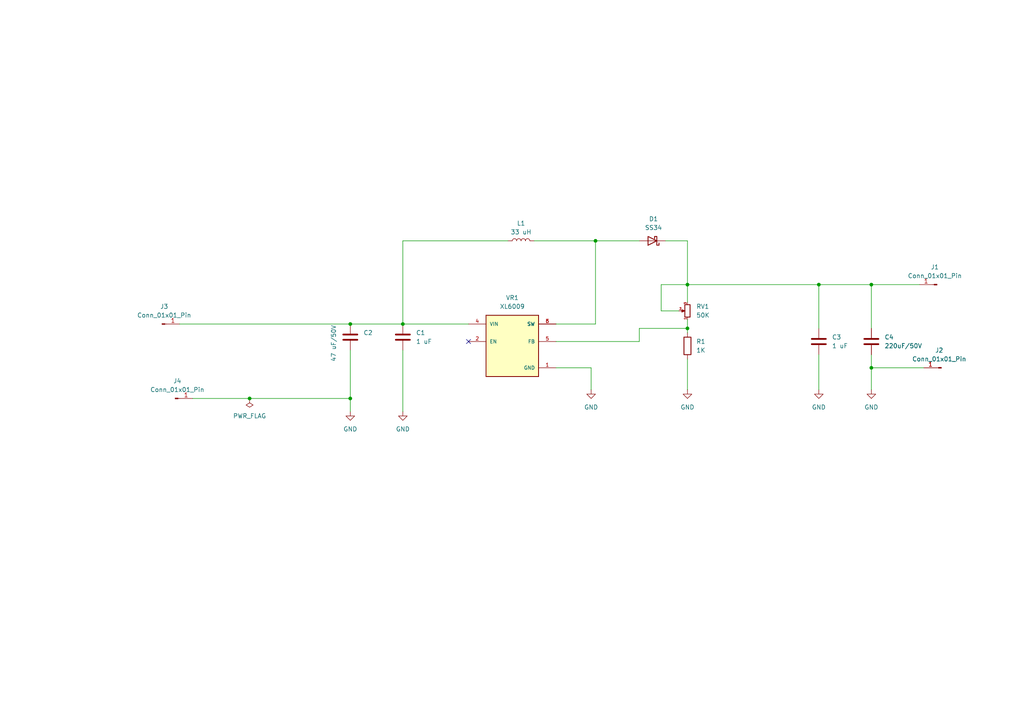
<source format=kicad_sch>
(kicad_sch (version 20250114) (generator "eeschema") (generator_version "9.0")
  (paper "A4")
  (lib_symbols
    (symbol "Connector:Conn_01x01_Pin" (pin_names (offset 1.016) (hide yes))
      (property "Reference" "J" (at 0 2.54 0))
      (property "Value" "Conn_01x01_Pin" (at 0 -2.54 0))
      (symbol "Conn_01x01_Pin_1_1"
        (rectangle (start 0.8636 0.127) (end 0 -0.127) (stroke (width 0.1524)) (fill (type outline)))
        (polyline (pts (xy 1.27 0) (xy 0.8636 0)) (stroke (width 0.1524)))
        (pin passive line (at 5.08 0 180) (length 3.81) (name "Pin_1") (number "1"))
      )
    )
    (symbol "Device:C" (pin_numbers (hide yes)) (pin_names (offset 0.254))
      (property "Reference" "C" (at 0.635 2.54 0))
      (property "Value" "C" (at 0.635 -2.54 0))
      (symbol "C_0_1"
        (polyline (pts (xy -2.032 0.762) (xy 2.032 0.762)) (stroke (width 0.508)))
        (polyline (pts (xy -2.032 -0.762) (xy 2.032 -0.762)) (stroke (width 0.508)))
      )
      (symbol "C_1_1"
        (pin passive line (at 0 3.81 270) (length 2.794) (name "~") (number "1"))
        (pin passive line (at 0 -3.81 90) (length 2.794) (name "~") (number "2"))
      )
    )
    (symbol "Device:L" (pin_numbers (hide yes)) (pin_names (offset 1.016) (hide yes))
      (property "Reference" "L" (at -1.27 0 90))
      (property "Value" "L" (at 1.905 0 90))
      (symbol "L_0_1"
        (arc (start 0 2.54) (mid 0.6323 1.905) (end 0 1.27))
        (arc (start 0 1.27) (mid 0.6323 0.635) (end 0 0))
        (arc (start 0 0) (mid 0.6323 -0.635) (end 0 -1.27))
        (arc (start 0 -1.27) (mid 0.6323 -1.905) (end 0 -2.54))
      )
      (symbol "L_1_1"
        (pin passive line (at 0 3.81 270) (length 1.27) (name "1") (number "1"))
        (pin passive line (at 0 -3.81 90) (length 1.27) (name "2") (number "2"))
      )
    )
    (symbol "Device:R" (pin_numbers (hide yes)) (pin_names (offset 0))
      (property "Reference" "R" (at 2.032 0 90))
      (property "Value" "R" (at 0 0 90))
      (symbol "R_0_1"
        (rectangle (start -1.016 -2.54) (end 1.016 2.54) (stroke (width 0.254)))
      )
      (symbol "R_1_1"
        (pin passive line (at 0 3.81 270) (length 1.27) (name "~") (number "1"))
        (pin passive line (at 0 -3.81 90) (length 1.27) (name "~") (number "2"))
      )
    )
    (symbol "Device:R_Potentiometer_Small" (pin_names (offset 1.016) (hide yes))
      (property "Reference" "RV" (at -4.445 0 90))
      (property "Value" "R_Potentiometer_Small" (at -2.54 0 90))
      (symbol "R_Potentiometer_Small_0_1"
        (rectangle (start 0.762 1.8034) (end -0.762 -1.8034) (stroke (width 0.254)))
        (polyline (pts (xy 0.889 0) (xy 0.635 0) (xy 1.651 0.381) (xy 1.651 -0.381) (xy 0.635 0) (xy 0.889 0)) (fill (type outline)))
      )
      (symbol "R_Potentiometer_Small_1_1"
        (pin passive line (at 0 2.54 270) (length 0.635) (name "1") (number "1"))
        (pin passive line (at 0 -2.54 90) (length 0.635) (name "3") (number "3"))
        (pin passive line (at 2.54 0 180) (length 0.9906) (name "2") (number "2"))
      )
    )
    (symbol "Diode:SS34" (pin_numbers (hide yes)) (pin_names (offset 1.016) (hide yes))
      (property "Reference" "D" (at 0 2.54 0))
      (property "Value" "SS34" (at 0 -2.54 0))
      (symbol "SS34_0_1"
        (polyline (pts (xy -1.905 0.635) (xy -1.905 1.27) (xy -1.27 1.27) (xy -1.27 -1.27) (xy -0.635 -1.27) (xy -0.635 -0.635)) (stroke (width 0.254)))
        (polyline (pts (xy 1.27 1.27) (xy 1.27 -1.27) (xy -1.27 0) (xy 1.27 1.27)) (stroke (width 0.254)))
        (polyline (pts (xy 1.27 0) (xy -1.27 0)))
      )
      (symbol "SS34_1_1"
        (pin passive line (at -3.81 0 0) (length 2.54) (name "K") (number "1"))
        (pin passive line (at 3.81 0 180) (length 2.54) (name "A") (number "2"))
      )
    )
    (symbol "XL6009:XL6009" (pin_names (offset 1.016))
      (property "Reference" "VR" (at -7.62 8.89 0))
      (property "Value" "XL6009" (at -7.62 -11.43 0))
      (symbol "XL6009_0_0"
        (rectangle (start -7.62 -10.16) (end 7.62 7.62) (stroke (width 0.254)) (fill (type background)))
        (pin input line (at -12.7 5.08 0) (length 5.08) (name "VIN") (number "4"))
        (pin input line (at -12.7 0 0) (length 5.08) (name "EN") (number "2"))
        (pin output line (at 12.7 5.08 180) (length 5.08) (name "SW") (number "3"))
        (pin output line (at 12.7 5.08 180) (length 5.08) (name "SW") (number "6"))
        (pin input line (at 12.7 0 180) (length 5.08) (name "FB") (number "5"))
        (pin power_in line (at 12.7 -7.62 180) (length 5.08) (name "GND") (number "1"))
      )
    )
    (symbol "power:GND" (power) (pin_numbers (hide yes)) (pin_names (offset 0) (hide yes))
      (property "Value" "GND" (at 0 -3.81 0))
      (symbol "GND_0_1"
        (polyline (pts (xy 0 0) (xy 0 -1.27) (xy 1.27 -1.27) (xy 0 -2.54) (xy -1.27 -1.27) (xy 0 -1.27)))
      )
      (symbol "GND_1_1"
        (pin power_in line (at 0 0 270) (length 0) (name "~") (number "1"))
      )
    )
    (symbol "power:PWR_FLAG" (power) (pin_numbers (hide yes)) (pin_names (offset 0) (hide yes))
      (property "Value" "PWR_FLAG" (at 0 3.81 0))
      (symbol "PWR_FLAG_0_0"
        (pin power_out line (at 0 0 90) (length 0) (name "~") (number "1"))
      )
      (symbol "PWR_FLAG_0_1"
        (polyline (pts (xy 0 0) (xy 0 1.27) (xy -1.016 1.905) (xy 0 2.54) (xy 1.016 1.905) (xy 0 1.27)))
      )
    )
  )
  (junction (at 199.39 82.55))
  (junction (at 252.73 82.55))
  (junction (at 199.39 95.25))
  (junction (at 101.6 115.57))
  (junction (at 72.39 115.57))
  (junction (at 116.84 93.98))
  (junction (at 237.49 82.55))
  (junction (at 101.6 93.98))
  (junction (at 252.73 106.68))
  (junction (at 172.72 69.85))
  (no_connect (at 135.89 99.06))
  (wire (pts (xy 252.73 106.68) (xy 267.97 106.68)))
  (wire (pts (xy 199.39 82.55) (xy 237.49 82.55)))
  (wire (pts (xy 161.29 106.68) (xy 171.45 106.68)))
  (wire (pts (xy 199.39 82.55) (xy 199.39 87.63)))
  (wire (pts (xy 252.73 106.68) (xy 252.73 113.03)))
  (wire (pts (xy 101.6 115.57) (xy 101.6 119.38)))
  (wire (pts (xy 161.29 99.06) (xy 185.42 99.06)))
  (wire (pts (xy 252.73 82.55) (xy 266.7 82.55)))
  (wire (pts (xy 52.07 93.98) (xy 101.6 93.98)))
  (wire (pts (xy 55.88 115.57) (xy 72.39 115.57)))
  (wire (pts (xy 161.29 93.98) (xy 172.72 93.98)))
  (wire (pts (xy 191.77 90.17) (xy 191.77 82.55)))
  (wire (pts (xy 171.45 106.68) (xy 171.45 113.03)))
  (wire (pts (xy 193.04 69.85) (xy 199.39 69.85)))
  (wire (pts (xy 116.84 69.85) (xy 147.32 69.85)))
  (wire (pts (xy 172.72 69.85) (xy 154.94 69.85)))
  (wire (pts (xy 199.39 104.14) (xy 199.39 113.03)))
  (wire (pts (xy 101.6 101.6) (xy 101.6 115.57)))
  (wire (pts (xy 172.72 93.98) (xy 172.72 69.85)))
  (wire (pts (xy 252.73 82.55) (xy 252.73 95.25)))
  (wire (pts (xy 196.85 90.17) (xy 191.77 90.17)))
  (wire (pts (xy 172.72 69.85) (xy 185.42 69.85)))
  (wire (pts (xy 199.39 69.85) (xy 199.39 82.55)))
  (wire (pts (xy 252.73 102.87) (xy 252.73 106.68)))
  (wire (pts (xy 72.39 115.57) (xy 101.6 115.57)))
  (wire (pts (xy 199.39 92.71) (xy 199.39 95.25)))
  (wire (pts (xy 116.84 101.6) (xy 116.84 119.38)))
  (wire (pts (xy 185.42 99.06) (xy 185.42 95.25)))
  (wire (pts (xy 199.39 95.25) (xy 199.39 96.52)))
  (wire (pts (xy 185.42 95.25) (xy 199.39 95.25)))
  (wire (pts (xy 191.77 82.55) (xy 199.39 82.55)))
  (wire (pts (xy 101.6 93.98) (xy 116.84 93.98)))
  (wire (pts (xy 116.84 93.98) (xy 116.84 69.85)))
  (wire (pts (xy 237.49 82.55) (xy 252.73 82.55)))
  (wire (pts (xy 237.49 102.87) (xy 237.49 113.03)))
  (wire (pts (xy 237.49 95.25) (xy 237.49 82.55)))
  (wire (pts (xy 116.84 93.98) (xy 135.89 93.98)))
  (symbol (lib_id "Device:L") (at 151.13 69.85 90) (unit 1)
    (property "Reference" "L1" (at 151.13 64.77 90))
    (property "Value" "33 uH" (at 151.13 67.31 90))
    (property "Footprint" "Inductor_THT:L_Radial_D10.0mm_P5.00mm_Fastron_07M" (effects (hide yes)))
    (property "Description" "Inductor" (effects (hide yes)))
  )
  (symbol (lib_id "Device:C") (at 101.6 97.79 0) (unit 1)
    (property "Reference" "C2" (at 105.41 96.5199 0) (effects (justify left)))
    (property "Value" "47 uF/50V" (at 96.774 104.902 90) (effects (justify left)))
    (property "Footprint" "Capacitor_THT:C_Radial_D6.3mm_H5.0mm_P2.50mm" (effects (hide yes)))
    (property "Description" "Unpolarized capacitor" (effects (hide yes)))
  )
  (symbol (lib_id "power:GND") (at 252.73 113.03 0) (unit 1)
    (property "Reference" "#PWR01" (effects (hide yes)))
    (property "Value" "GND" (at 252.73 118.11 0))
    (property "Description" "Power symbol creates a global label with name \"GND\" , ground" (effects (hide yes)))
  )
  (symbol (lib_id "Connector:Conn_01x01_Pin") (at 50.8 115.57 0) (unit 1)
    (property "Reference" "J4" (at 51.435 110.49 0))
    (property "Value" "Conn_01x01_Pin" (at 51.435 113.03 0))
    (property "Footprint" "Connector_PinHeader_1.00mm:PinHeader_1x01_P1.00mm_Horizontal" (effects (hide yes)))
    (property "Description" "Generic connector, single row, 01x01, script generated" (effects (hide yes)))
  )
  (symbol (lib_id "power:GND") (at 237.49 113.03 0) (unit 1)
    (property "Reference" "#PWR02" (effects (hide yes)))
    (property "Value" "GND" (at 237.49 118.11 0))
    (property "Description" "Power symbol creates a global label with name \"GND\" , ground" (effects (hide yes)))
  )
  (symbol (lib_id "Device:C") (at 237.49 99.06 0) (unit 1)
    (property "Reference" "C3" (at 241.3 97.7899 0) (effects (justify left)))
    (property "Value" "1 uF" (at 241.3 100.3299 0) (effects (justify left)))
    (property "Footprint" "Capacitor_THT:C_Radial_D5.0mm_H5.0mm_P2.00mm" (effects (hide yes)))
    (property "Description" "Unpolarized capacitor" (effects (hide yes)))
  )
  (symbol (lib_id "power:PWR_FLAG") (at 72.39 115.57 180) (unit 1)
    (property "Reference" "#FLG01" (effects (hide yes)))
    (property "Value" "PWR_FLAG" (at 72.39 120.65 0))
    (property "Description" "Special symbol for telling ERC where power comes from" (effects (hide yes)))
  )
  (symbol (lib_id "XL6009:XL6009") (at 148.59 99.06 0) (unit 1)
    (property "Reference" "VR1" (at 148.59 86.36 0))
    (property "Value" "XL6009" (at 148.59 88.9 0))
    (property "Footprint" "XL6009 (1):DPAK170P1435X465-6N" (effects (hide yes)))
    (property "MF" "XLSEMI" (effects (hide yes)))
    (property "MAXIMUM_PACKAGE_HEIGHT" "4.65mm" (effects (hide yes)))
    (property "Package" "TO-263-5L XLSEMI" (effects (hide yes)))
    (property "Price" "None" (effects (hide yes)))
    (property "Check_prices" "https://www.snapeda.com/parts/XL6009/XLSEMI/view-part/?ref=eda" (effects (hide yes)))
    (property "STANDARD" "IPC-7351B" (effects (hide yes)))
    (property "PARTREV" "1.1" (effects (hide yes)))
    (property "SnapEDA_Link" "https://www.snapeda.com/parts/XL6009/XLSEMI/view-part/?ref=snap" (effects (hide yes)))
    (property "MP" "XL6009" (effects (hide yes)))
    (property "Description_1" "The XL6009 regulator is a wide input range, current mode, DC/DC converter which is capable of generating either positive or negative output voltages." (effects (hide yes)))
    (property "Availability" "Not in stock" (effects (hide yes)))
    (property "MANUFACTURER" "XLSEMI" (effects (hide yes)))
  )
  (symbol (lib_id "power:GND") (at 116.84 119.38 0) (unit 1)
    (property "Reference" "#PWR06" (effects (hide yes)))
    (property "Value" "GND" (at 116.84 124.46 0))
    (property "Description" "Power symbol creates a global label with name \"GND\" , ground" (effects (hide yes)))
  )
  (symbol (lib_id "Device:R_Potentiometer_Small") (at 199.39 90.17 180) (unit 1)
    (property "Reference" "RV1" (at 201.93 88.8999 0) (effects (justify right)))
    (property "Value" "50K" (at 201.93 91.4399 0) (effects (justify right)))
    (property "Footprint" "Potentiometer_THT:Potentiometer_Bourns_3386C_Horizontal" (effects (hide yes)))
    (property "Description" "Potentiometer" (effects (hide yes)))
  )
  (symbol (lib_id "Connector:Conn_01x01_Pin") (at 271.78 82.55 180) (unit 1)
    (property "Reference" "J1" (at 271.145 77.47 0))
    (property "Value" "Conn_01x01_Pin" (at 271.145 80.01 0))
    (property "Footprint" "Connector_PinHeader_1.00mm:PinHeader_1x01_P1.00mm_Horizontal" (effects (hide yes)))
    (property "Description" "Generic connector, single row, 01x01, script generated" (effects (hide yes)))
  )
  (symbol (lib_id "Device:C") (at 116.84 97.79 0) (unit 1)
    (property "Reference" "C1" (at 120.65 96.5199 0) (effects (justify left)))
    (property "Value" "1 uF" (at 120.65 99.0599 0) (effects (justify left)))
    (property "Footprint" "Capacitor_THT:C_Radial_D5.0mm_H5.0mm_P2.00mm" (effects (hide yes)))
    (property "Description" "Unpolarized capacitor" (effects (hide yes)))
  )
  (symbol (lib_id "Connector:Conn_01x01_Pin") (at 273.05 106.68 180) (unit 1)
    (property "Reference" "J2" (at 272.415 101.6 0))
    (property "Value" "Conn_01x01_Pin" (at 272.415 104.14 0))
    (property "Footprint" "Connector_PinHeader_1.00mm:PinHeader_1x01_P1.00mm_Horizontal" (effects (hide yes)))
    (property "Description" "Generic connector, single row, 01x01, script generated" (effects (hide yes)))
  )
  (symbol (lib_id "Device:R") (at 199.39 100.33 0) (unit 1)
    (property "Reference" "R1" (at 201.93 99.0599 0) (effects (justify left)))
    (property "Value" "1K" (at 201.93 101.5999 0) (effects (justify left)))
    (property "Footprint" "Resistor_THT:R_Axial_DIN0204_L3.6mm_D1.6mm_P1.90mm_Vertical" (effects (hide yes)))
    (property "Description" "Resistor" (effects (hide yes)))
  )
  (symbol (lib_id "power:GND") (at 199.39 113.03 0) (unit 1)
    (property "Reference" "#PWR04" (effects (hide yes)))
    (property "Value" "GND" (at 199.39 118.11 0))
    (property "Description" "Power symbol creates a global label with name \"GND\" , ground" (effects (hide yes)))
  )
  (symbol (lib_id "power:GND") (at 101.6 119.38 0) (unit 1)
    (property "Reference" "#PWR05" (effects (hide yes)))
    (property "Value" "GND" (at 101.6 124.46 0))
    (property "Description" "Power symbol creates a global label with name \"GND\" , ground" (effects (hide yes)))
  )
  (symbol (lib_id "Diode:SS34") (at 189.23 69.85 180) (unit 1)
    (property "Reference" "D1" (at 189.5475 63.5 0))
    (property "Value" "SS34" (at 189.5475 66.04 0))
    (property "Footprint" "Diode_SMD:D_SMA" (effects (hide yes)))
    (property "Datasheet" "https://www.vishay.com/docs/88751/ss32.pdf" (effects (hide yes)))
    (property "Description" "40V 3A Schottky Diode, SMA" (effects (hide yes)))
  )
  (symbol (lib_id "power:GND") (at 171.45 113.03 0) (unit 1)
    (property "Reference" "#PWR03" (effects (hide yes)))
    (property "Value" "GND" (at 171.45 118.11 0))
    (property "Description" "Power symbol creates a global label with name \"GND\" , ground" (effects (hide yes)))
  )
  (symbol (lib_id "Device:C") (at 252.73 99.06 0) (unit 1)
    (property "Reference" "C4" (at 256.54 97.7899 0) (effects (justify left)))
    (property "Value" "220uF/50V" (at 256.54 100.3299 0) (effects (justify left)))
    (property "Footprint" "Capacitor_THT:C_Radial_D10.0mm_H12.5mm_P5.00mm" (effects (hide yes)))
    (property "Description" "Unpolarized capacitor" (effects (hide yes)))
  )
  (symbol (lib_id "Connector:Conn_01x01_Pin") (at 46.99 93.98 0) (unit 1)
    (property "Reference" "J3" (at 47.625 88.9 0))
    (property "Value" "Conn_01x01_Pin" (at 47.625 91.44 0))
    (property "Footprint" "Connector_PinHeader_1.00mm:PinHeader_1x01_P1.00mm_Horizontal" (effects (hide yes)))
    (property "Description" "Generic connector, single row, 01x01, script generated" (effects (hide yes)))
  )
)
</source>
